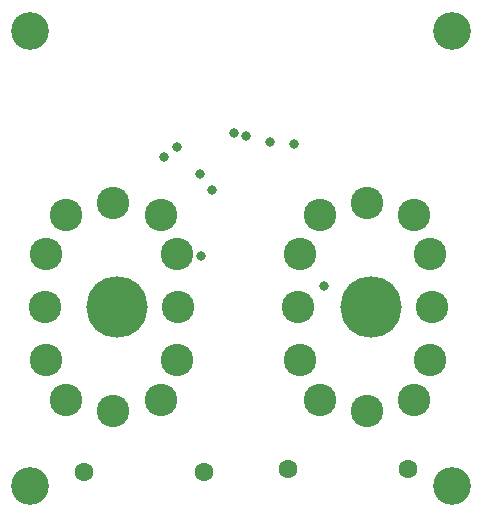
<source format=gbs>
G04*
G04 #@! TF.GenerationSoftware,Altium Limited,Altium Designer,18.1.7 (191)*
G04*
G04 Layer_Color=16711935*
%FSLAX25Y25*%
%MOIN*%
G70*
G01*
G75*
%ADD16C,0.06312*%
%ADD17C,0.10800*%
%ADD18C,0.20485*%
%ADD19C,0.12611*%
%ADD20C,0.03162*%
D16*
X361000Y216000D02*
D03*
X401000D02*
D03*
X429000Y217000D02*
D03*
X469000D02*
D03*
D17*
X370628Y305715D02*
D03*
X392250Y271000D02*
D03*
X391751Y288717D02*
D03*
X370628Y236285D02*
D03*
X391751Y253283D02*
D03*
X386377Y240222D02*
D03*
Y301778D02*
D03*
X354880D02*
D03*
X348256Y288717D02*
D03*
X347757Y271000D02*
D03*
X348256Y253283D02*
D03*
X354880Y240222D02*
D03*
X455128Y305715D02*
D03*
X476751Y271000D02*
D03*
X476251Y288717D02*
D03*
X455128Y236285D02*
D03*
X476251Y253283D02*
D03*
X470877Y240222D02*
D03*
Y301778D02*
D03*
X439381D02*
D03*
X432757Y288717D02*
D03*
X432257Y271000D02*
D03*
X432757Y253283D02*
D03*
X439381Y240222D02*
D03*
D18*
X371879Y271000D02*
D03*
X456379D02*
D03*
D19*
X483500Y363000D02*
D03*
X343000D02*
D03*
Y211500D02*
D03*
X483500D02*
D03*
D20*
X400000Y288000D02*
D03*
X403500Y310000D02*
D03*
X391751Y324500D02*
D03*
X387628Y321000D02*
D03*
X399422Y315500D02*
D03*
X441000Y278000D02*
D03*
X411000Y329000D02*
D03*
X415000Y328000D02*
D03*
X423000Y325940D02*
D03*
X430940Y325500D02*
D03*
M02*

</source>
